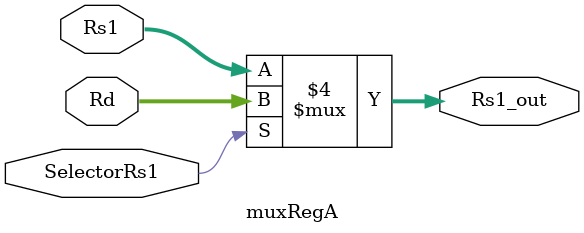
<source format=sv>
module muxRegA (input logic [4:0]Rs1, Rd, 
					 input logic SelectorRs1,
					 output logic [4:0] Rs1_out);
					 
					 always_comb
					 begin
					 
						if(SelectorRs1 == 1'b0)
							Rs1_out <= Rs1;
						else
							Rs1_out <= Rd;
						
					 end
endmodule

</source>
